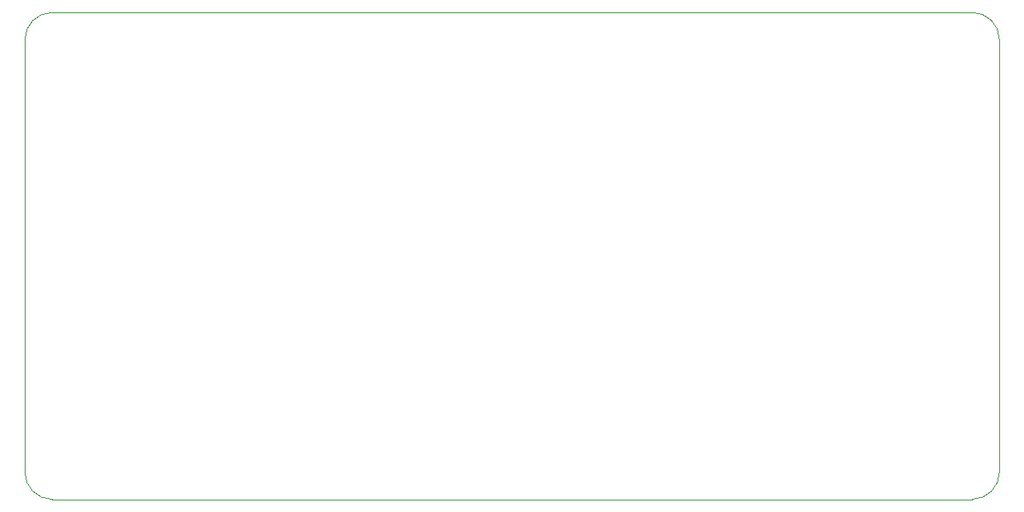
<source format=gm1>
G04 #@! TF.GenerationSoftware,KiCad,Pcbnew,7.0.9*
G04 #@! TF.CreationDate,2024-07-10T10:25:31+09:00*
G04 #@! TF.ProjectId,ODAmain,4f44416d-6169-46e2-9e6b-696361645f70,rev?*
G04 #@! TF.SameCoordinates,Original*
G04 #@! TF.FileFunction,Profile,NP*
%FSLAX46Y46*%
G04 Gerber Fmt 4.6, Leading zero omitted, Abs format (unit mm)*
G04 Created by KiCad (PCBNEW 7.0.9) date 2024-07-10 10:25:31*
%MOMM*%
%LPD*%
G01*
G04 APERTURE LIST*
G04 #@! TA.AperFunction,Profile*
%ADD10C,0.100000*%
G04 #@! TD*
G04 APERTURE END LIST*
D10*
X207200000Y-133000000D02*
G75*
G03*
X210000000Y-130200000I0J2800000D01*
G01*
X110000000Y-130200000D02*
G75*
G03*
X112800000Y-133000000I2800000J0D01*
G01*
X110000000Y-130200000D02*
X110000000Y-85800000D01*
X210000000Y-85800000D02*
X210000000Y-130200000D01*
X210000000Y-85800000D02*
G75*
G03*
X207200000Y-83000000I-2800000J0D01*
G01*
X207200000Y-133000000D02*
X112800000Y-133000000D01*
X112800000Y-83000000D02*
X207200000Y-83000000D01*
X112800000Y-83000000D02*
G75*
G03*
X110000000Y-85800000I0J-2800000D01*
G01*
M02*

</source>
